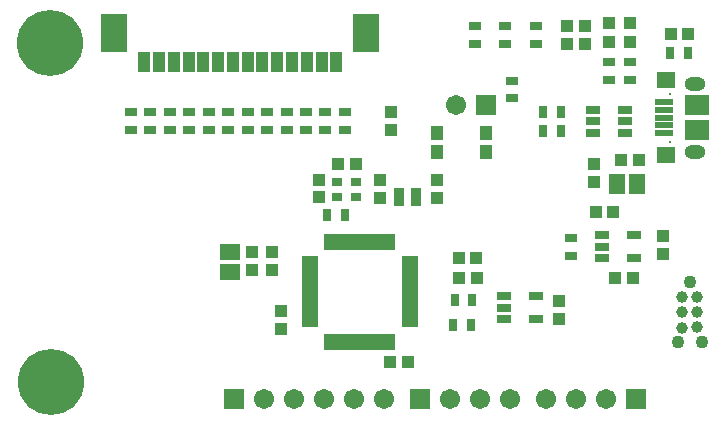
<source format=gts>
G04*
G04 #@! TF.GenerationSoftware,Altium Limited,Altium Designer,19.0.12 (326)*
G04*
G04 Layer_Color=8388736*
%FSAX25Y25*%
%MOIN*%
G70*
G01*
G75*
%ADD31R,0.03543X0.03150*%
%ADD36R,0.04343X0.03162*%
%ADD37R,0.03162X0.04343*%
%ADD38R,0.06587X0.05485*%
%ADD39R,0.05485X0.06587*%
%ADD40R,0.03950X0.03950*%
%ADD41R,0.03950X0.03950*%
%ADD42R,0.04737X0.03162*%
%ADD43R,0.09068X0.12611*%
%ADD44R,0.03950X0.07099*%
%ADD45R,0.04343X0.04737*%
%ADD46R,0.01981X0.05524*%
%ADD47R,0.05524X0.01981*%
%ADD48R,0.03753X0.06312*%
%ADD49C,0.03910*%
%ADD50R,0.06312X0.05524*%
%ADD51R,0.08280X0.06902*%
%ADD52R,0.05906X0.01968*%
%ADD53C,0.22047*%
%ADD54R,0.06706X0.06706*%
%ADD55C,0.06706*%
%ADD56C,0.04343*%
%ADD57O,0.07099X0.04737*%
%ADD58R,0.00800X0.00800*%
D31*
X0397705Y0362008D02*
D03*
X0391209D02*
D03*
Y0357087D02*
D03*
X0397705D02*
D03*
D36*
X0449545Y0395866D02*
D03*
Y0389961D02*
D03*
X0457547Y0413953D02*
D03*
Y0408047D02*
D03*
X0447500D02*
D03*
Y0413953D02*
D03*
X0437500D02*
D03*
Y0408047D02*
D03*
X0482000Y0396094D02*
D03*
Y0402000D02*
D03*
X0489000Y0396047D02*
D03*
Y0401953D02*
D03*
X0469500Y0343453D02*
D03*
Y0337547D02*
D03*
X0394000Y0379500D02*
D03*
Y0385405D02*
D03*
X0387514Y0379500D02*
D03*
Y0385405D02*
D03*
X0381028Y0379500D02*
D03*
Y0385405D02*
D03*
X0374542Y0379500D02*
D03*
Y0385405D02*
D03*
X0361570Y0379500D02*
D03*
Y0385405D02*
D03*
X0355084Y0379500D02*
D03*
Y0385405D02*
D03*
X0342112Y0379500D02*
D03*
Y0385405D02*
D03*
X0335626Y0379500D02*
D03*
Y0385405D02*
D03*
X0329139Y0379500D02*
D03*
Y0385405D02*
D03*
X0322654Y0379500D02*
D03*
Y0385405D02*
D03*
X0368056Y0379500D02*
D03*
Y0385405D02*
D03*
X0348598Y0379500D02*
D03*
Y0385405D02*
D03*
D37*
X0430579Y0322736D02*
D03*
X0436484D02*
D03*
X0436091Y0314370D02*
D03*
X0430185D02*
D03*
X0388059Y0350984D02*
D03*
X0393965D02*
D03*
X0502500Y0405000D02*
D03*
X0508405D02*
D03*
X0460106Y0379055D02*
D03*
X0466012D02*
D03*
X0460106Y0385555D02*
D03*
X0466012D02*
D03*
D38*
X0355579Y0331968D02*
D03*
Y0338701D02*
D03*
D39*
X0484768Y0361500D02*
D03*
X0491500D02*
D03*
D40*
X0468047Y0408047D02*
D03*
X0473953D02*
D03*
X0468047Y0413953D02*
D03*
X0473953D02*
D03*
X0432055Y0330118D02*
D03*
X0437961D02*
D03*
X0431957Y0336829D02*
D03*
X0437862D02*
D03*
X0415098Y0301969D02*
D03*
X0409193D02*
D03*
X0397705Y0368110D02*
D03*
X0391799D02*
D03*
X0508453Y0411500D02*
D03*
X0502547D02*
D03*
X0492060Y0369500D02*
D03*
X0486154D02*
D03*
X0477547Y0352000D02*
D03*
X0483453D02*
D03*
X0489953Y0330000D02*
D03*
X0484047D02*
D03*
D41*
X0369555Y0338681D02*
D03*
Y0332776D02*
D03*
X0372606Y0313189D02*
D03*
Y0319094D02*
D03*
X0363158Y0338779D02*
D03*
Y0332874D02*
D03*
X0465421Y0316437D02*
D03*
Y0322342D02*
D03*
X0424645Y0356754D02*
D03*
Y0362660D02*
D03*
X0405645Y0356753D02*
D03*
Y0362659D02*
D03*
X0409500Y0379500D02*
D03*
Y0385405D02*
D03*
X0385303Y0356988D02*
D03*
Y0362894D02*
D03*
X0477000Y0362047D02*
D03*
Y0367953D02*
D03*
X0500000Y0343953D02*
D03*
Y0338047D02*
D03*
X0482000Y0408850D02*
D03*
X0482000Y0415150D02*
D03*
X0489000Y0408850D02*
D03*
X0489000Y0415150D02*
D03*
D42*
X0476543Y0378543D02*
D03*
Y0382283D02*
D03*
Y0386024D02*
D03*
X0487370D02*
D03*
Y0382283D02*
D03*
Y0378543D02*
D03*
X0479587Y0344240D02*
D03*
Y0340500D02*
D03*
Y0336760D02*
D03*
X0490413D02*
D03*
Y0344240D02*
D03*
X0446976Y0323917D02*
D03*
Y0320177D02*
D03*
Y0316437D02*
D03*
X0457803D02*
D03*
Y0323917D02*
D03*
D43*
X0317118Y0411842D02*
D03*
X0400976D02*
D03*
D44*
X0327157Y0402000D02*
D03*
X0332079D02*
D03*
X0337000D02*
D03*
X0341921D02*
D03*
X0346843D02*
D03*
X0351764D02*
D03*
X0356685D02*
D03*
X0361606D02*
D03*
X0366528D02*
D03*
X0371449D02*
D03*
X0376370D02*
D03*
X0381291D02*
D03*
X0386213D02*
D03*
X0391134D02*
D03*
D45*
X0424843Y0378524D02*
D03*
X0440984D02*
D03*
Y0372224D02*
D03*
X0424843D02*
D03*
D46*
X0409827Y0342232D02*
D03*
X0407858D02*
D03*
X0405890D02*
D03*
X0403921D02*
D03*
X0401953D02*
D03*
X0399984D02*
D03*
X0398016D02*
D03*
X0396047D02*
D03*
X0394079D02*
D03*
X0392110D02*
D03*
X0390142D02*
D03*
X0388173D02*
D03*
Y0308768D02*
D03*
X0390142D02*
D03*
X0392110D02*
D03*
X0394079D02*
D03*
X0396047D02*
D03*
X0398016D02*
D03*
X0399984D02*
D03*
X0401953D02*
D03*
X0403921D02*
D03*
X0405890D02*
D03*
X0407858D02*
D03*
X0409827D02*
D03*
D47*
X0382268Y0336327D02*
D03*
Y0334358D02*
D03*
Y0332390D02*
D03*
Y0330421D02*
D03*
Y0328453D02*
D03*
Y0326484D02*
D03*
Y0324516D02*
D03*
Y0322547D02*
D03*
Y0320579D02*
D03*
Y0318610D02*
D03*
Y0316642D02*
D03*
Y0314673D02*
D03*
X0415732D02*
D03*
Y0316642D02*
D03*
Y0318610D02*
D03*
Y0320579D02*
D03*
Y0322547D02*
D03*
Y0324516D02*
D03*
Y0326484D02*
D03*
Y0328453D02*
D03*
Y0330421D02*
D03*
Y0332390D02*
D03*
Y0334358D02*
D03*
Y0336327D02*
D03*
D48*
X0412145Y0357000D02*
D03*
X0417854D02*
D03*
D49*
X0511500Y0313610D02*
D03*
X0506500Y0313295D02*
D03*
X0511500Y0318610D02*
D03*
X0506500D02*
D03*
X0511500Y0323610D02*
D03*
X0506500Y0323610D02*
D03*
D50*
X0501165Y0370937D02*
D03*
Y0396134D02*
D03*
D51*
X0511500Y0379500D02*
D03*
Y0387571D02*
D03*
D52*
X0500280Y0378417D02*
D03*
Y0386094D02*
D03*
Y0388653D02*
D03*
Y0383535D02*
D03*
Y0380976D02*
D03*
D53*
X0295836Y0408465D02*
D03*
X0296031Y0295472D02*
D03*
D54*
X0441169Y0387894D02*
D03*
X0356917Y0289862D02*
D03*
X0419004D02*
D03*
X0491032Y0289764D02*
D03*
D55*
X0431169Y0387894D02*
D03*
X0366917Y0289862D02*
D03*
X0376917D02*
D03*
X0386917D02*
D03*
X0396917D02*
D03*
X0406917D02*
D03*
X0449004D02*
D03*
X0439004D02*
D03*
X0429004D02*
D03*
X0461031Y0289764D02*
D03*
X0471032D02*
D03*
X0481032D02*
D03*
D56*
X0505000Y0308610D02*
D03*
X0513000Y0308610D02*
D03*
X0509000Y0328610D02*
D03*
D57*
X0510711Y0372217D02*
D03*
Y0394854D02*
D03*
D58*
X0502246Y0375551D02*
D03*
Y0391496D02*
D03*
M02*

</source>
